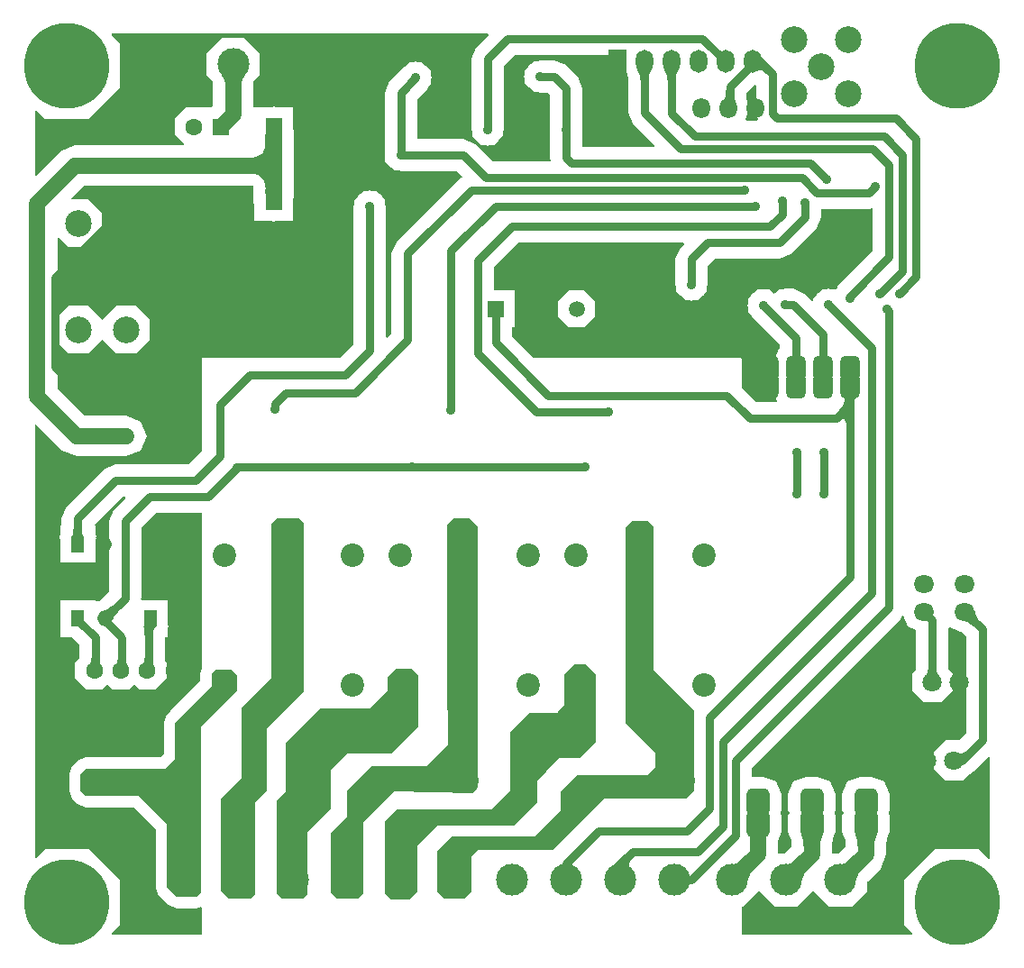
<source format=gbl>
G04*
G04 #@! TF.GenerationSoftware,Altium Limited,Altium Designer,21.2.1 (34)*
G04*
G04 Layer_Physical_Order=2*
G04 Layer_Color=16711680*
%FSTAX24Y24*%
%MOIN*%
G70*
G04*
G04 #@! TF.SameCoordinates,A1A6E38C-14B6-47A5-B441-A3D0562B644C*
G04*
G04*
G04 #@! TF.FilePolarity,Positive*
G04*
G01*
G75*
%ADD94C,0.0591*%
%ADD95C,0.0315*%
%ADD97C,0.3150*%
%ADD98C,0.0709*%
%ADD99O,0.0750X0.0650*%
%ADD100O,0.0650X0.0750*%
%ADD101C,0.0984*%
%ADD102O,0.0650X0.0850*%
%ADD103R,0.0650X0.0850*%
%ADD104C,0.1181*%
%ADD105C,0.0866*%
G04:AMPARAMS|DCode=106|XSize=102.4mil|YSize=86.6mil|CornerRadius=21.7mil|HoleSize=0mil|Usage=FLASHONLY|Rotation=270.000|XOffset=0mil|YOffset=0mil|HoleType=Round|Shape=RoundedRectangle|*
%AMROUNDEDRECTD106*
21,1,0.1024,0.0433,0,0,270.0*
21,1,0.0591,0.0866,0,0,270.0*
1,1,0.0433,-0.0217,-0.0295*
1,1,0.0433,-0.0217,0.0295*
1,1,0.0433,0.0217,0.0295*
1,1,0.0433,0.0217,-0.0295*
%
%ADD106ROUNDEDRECTD106*%
G04:AMPARAMS|DCode=107|XSize=94.5mil|YSize=70.9mil|CornerRadius=17.7mil|HoleSize=0mil|Usage=FLASHONLY|Rotation=270.000|XOffset=0mil|YOffset=0mil|HoleType=Round|Shape=RoundedRectangle|*
%AMROUNDEDRECTD107*
21,1,0.0945,0.0354,0,0,270.0*
21,1,0.0591,0.0709,0,0,270.0*
1,1,0.0354,-0.0177,-0.0295*
1,1,0.0354,-0.0177,0.0295*
1,1,0.0354,0.0177,0.0295*
1,1,0.0354,0.0177,-0.0295*
%
%ADD107ROUNDEDRECTD107*%
%ADD108R,0.0512X0.0591*%
%ADD109O,0.0512X0.0591*%
%ADD110C,0.0630*%
%ADD111C,0.0354*%
%ADD112R,0.0630X0.0630*%
%ADD113C,0.0591*%
%ADD114R,0.0591X0.0591*%
%ADD115O,0.0709X0.0866*%
%ADD116C,0.0315*%
G36*
X037507Y042812D02*
X03752Y042794D01*
X037539Y042769D01*
X037637Y042661D01*
X037859Y042433D01*
X037713Y042134D01*
X037658Y042187D01*
X037562Y042264D01*
X037522Y042289D01*
X037487Y042304D01*
X037457Y04231D01*
X037432Y042306D01*
X037412Y042292D01*
X037397Y042269D01*
X037388Y042237D01*
X037501Y042825D01*
X037507Y042812D01*
D02*
G37*
G36*
X034449Y04229D02*
X03443Y042258D01*
X034413Y042224D01*
X034398Y042186D01*
X034386Y042146D01*
X034376Y042103D01*
X034368Y042057D01*
X034362Y042008D01*
X034357Y041902D01*
X034043D01*
X034041Y041957D01*
X034032Y042057D01*
X034024Y042103D01*
X034014Y042146D01*
X034002Y042186D01*
X033987Y042224D01*
X03397Y042258D01*
X033951Y04229D01*
X033929Y042319D01*
X034471D01*
X034449Y04229D01*
D02*
G37*
G36*
X033449D02*
X03343Y042258D01*
X033413Y042224D01*
X033398Y042186D01*
X033386Y042146D01*
X033376Y042103D01*
X033368Y042057D01*
X033362Y042008D01*
X033357Y041902D01*
X033043D01*
X033041Y041957D01*
X033032Y042057D01*
X033024Y042103D01*
X033014Y042146D01*
X033002Y042186D01*
X032987Y042224D01*
X03297Y042258D01*
X032951Y04229D01*
X032929Y042319D01*
X033471D01*
X033449Y04229D01*
D02*
G37*
G36*
X018391Y042053D02*
X018371Y042023D01*
X018353Y04199D01*
X018338Y041952D01*
X018325Y041909D01*
X018314Y041863D01*
X018306Y041812D01*
X0183Y041757D01*
X018295Y041634D01*
X017705D01*
X017704Y041698D01*
X017694Y041812D01*
X017686Y041863D01*
X017675Y041909D01*
X017662Y041952D01*
X017647Y04199D01*
X017629Y042023D01*
X017609Y042053D01*
X017587Y042078D01*
X018413D01*
X018391Y042053D01*
D02*
G37*
G36*
X036523Y041467D02*
X036524Y041412D01*
X036536Y041264D01*
X036543Y04122D01*
X036562Y04114D01*
X036574Y041103D01*
X036587Y04107D01*
X036602Y041039D01*
X03605Y04112D01*
X03608Y04112D01*
X036107Y041129D01*
X036131Y041148D01*
X036151Y041176D01*
X036169Y041213D01*
X036183Y04126D01*
X036194Y041316D01*
X036202Y041381D01*
X036207Y041456D01*
X036208Y04154D01*
X036523Y041467D01*
D02*
G37*
G36*
X037333Y041719D02*
Y040667D01*
X037417Y040466D01*
X037389Y040424D01*
X036963D01*
X036935Y040466D01*
X03708Y040815D01*
Y040915D01*
X036991Y041128D01*
X036986Y041225D01*
X036977Y041243D01*
X036975Y041249D01*
X036973Y041255D01*
X036962Y041298D01*
Y041419D01*
X037283Y04174D01*
X037333Y041719D01*
D02*
G37*
G36*
X027441Y043585D02*
X026978Y043122D01*
X026803Y0427D01*
Y040089D01*
X026829Y040027D01*
Y039853D01*
X026952Y03973D01*
X026978Y039668D01*
X02704Y039642D01*
X027164Y039518D01*
X027338D01*
X0274Y039493D01*
X027462Y039518D01*
X027636D01*
X02776Y039642D01*
X027822Y039668D01*
X027848Y03973D01*
X027971Y039853D01*
Y040027D01*
X027997Y040089D01*
Y042453D01*
X028397Y042853D01*
X032441D01*
X032468Y042812D01*
X032422Y0427D01*
Y0425D01*
X032564Y042157D01*
X032587Y042065D01*
X032596Y042053D01*
X032597Y042052D01*
X032599Y042046D01*
X032603Y042034D01*
X032603Y042032D01*
Y040719D01*
X032778Y040297D01*
X033583Y039493D01*
X033564Y039447D01*
X030903D01*
Y040091D01*
Y041612D01*
X030728Y042034D01*
X030728Y042034D01*
X03029Y042472D01*
X029868Y042647D01*
X02935D01*
X029288Y042621D01*
X029114D01*
X02899Y042498D01*
X028928Y042472D01*
X028902Y04241D01*
X028779Y042286D01*
Y042112D01*
X028753Y04205D01*
X028779Y041988D01*
Y041814D01*
X028902Y04169D01*
X028928Y041628D01*
X02899Y041602D01*
X029114Y041479D01*
X029288D01*
X02935Y041453D01*
X029621D01*
X029709Y041365D01*
Y040091D01*
Y039044D01*
X029753Y038938D01*
X029726Y038897D01*
X027597D01*
X026937Y039557D01*
X026515Y039731D01*
X024791D01*
Y041197D01*
X025172Y041578D01*
X025172Y041578D01*
X025198Y04164D01*
X025321Y041764D01*
Y041938D01*
X025347Y042D01*
X025321Y042062D01*
Y042236D01*
X025198Y04236D01*
X025172Y042422D01*
X02511Y042448D01*
X024986Y042571D01*
X024812D01*
X02475Y042597D01*
X024688Y042571D01*
X024514D01*
X02439Y042448D01*
X024328Y042422D01*
X024328Y042422D01*
X023772Y041866D01*
X023598Y041444D01*
Y039135D01*
X023623Y039073D01*
Y038898D01*
X023747Y038775D01*
X023772Y038713D01*
X023835Y038687D01*
X023958Y038564D01*
X024132D01*
X024194Y038538D01*
X026268D01*
X026457Y038349D01*
X026447Y0383D01*
X026378Y038272D01*
X024028Y035922D01*
X023853Y0355D01*
Y032547D01*
X023693Y032387D01*
X023647Y032406D01*
Y03725D01*
X023621Y037312D01*
Y037486D01*
X023498Y03761D01*
X023472Y037672D01*
X02341Y037698D01*
X023286Y037821D01*
X023112D01*
X02305Y037847D01*
X022988Y037821D01*
X022814D01*
X02269Y037698D01*
X022628Y037672D01*
X022602Y03761D01*
X022479Y037486D01*
Y037312D01*
X022453Y03725D01*
Y032147D01*
X021956Y03165D01*
X01685D01*
Y028194D01*
X016353Y027697D01*
X013644D01*
X013644Y027697D01*
X013223Y027522D01*
X011828Y026127D01*
X011653Y025706D01*
Y025439D01*
X0116D01*
Y025119D01*
X011569Y025044D01*
X011584Y025009D01*
X011575Y024972D01*
X0116Y024932D01*
Y024061D01*
X0129D01*
Y024932D01*
X012925Y024972D01*
X012916Y025009D01*
X012931Y025044D01*
X0129Y025119D01*
Y025439D01*
X012898D01*
X012877Y025489D01*
X013892Y026503D01*
X013994D01*
X014014Y026457D01*
X013578Y026022D01*
X013403Y0256D01*
Y022994D01*
X013112Y022703D01*
X01311Y022701D01*
X013106Y0227D01*
X013104Y022698D01*
X013094Y022694D01*
X013091Y022691D01*
X013091Y022691D01*
X01309Y02269D01*
X013071Y022672D01*
X013065Y022667D01*
X013052Y022659D01*
X012963Y022641D01*
X01295Y02264D01*
X0129Y022684D01*
Y022685D01*
X0116D01*
Y021308D01*
X012056D01*
X012312Y021052D01*
Y020525D01*
X012154Y020367D01*
Y01978D01*
X012569Y019365D01*
X013156D01*
X013352Y019561D01*
X013548Y019365D01*
X014135D01*
X014331Y019561D01*
X014527Y019365D01*
X015114D01*
X015529Y01978D01*
Y020367D01*
X015463Y020433D01*
Y021308D01*
X015581D01*
Y021639D01*
X015607Y021702D01*
X015598Y021724D01*
X015605Y021747D01*
X015581Y021791D01*
Y022685D01*
X014616D01*
X014589Y022727D01*
X014597Y022746D01*
Y025353D01*
X015147Y025903D01*
X01685D01*
Y020134D01*
X016774Y01995D01*
Y019695D01*
X015673Y018594D01*
X015659Y018562D01*
X015549Y018451D01*
X015424Y01815D01*
Y016977D01*
X015323Y016876D01*
X012827D01*
X012797Y016888D01*
X012768Y016876D01*
X01255D01*
X01255Y016876D01*
X012249Y016751D01*
X012049Y016551D01*
X011924Y01625D01*
Y01565D01*
X011924Y01565D01*
X012049Y015349D01*
X012249Y015149D01*
X01255Y015024D01*
X014323D01*
X015124Y014223D01*
Y01205D01*
X015249Y011749D01*
X015599Y011399D01*
X0159Y011274D01*
X01665D01*
X016808Y011339D01*
X01685Y011312D01*
Y010319D01*
X013518D01*
X013499Y010365D01*
X013822Y010688D01*
Y012319D01*
X012669Y013472D01*
X011038D01*
X010715Y013149D01*
X010669Y013168D01*
Y029161D01*
X010715Y02918D01*
X011673Y028223D01*
X0122Y028004D01*
X01405D01*
X014577Y028223D01*
X014796Y02875D01*
X014577Y029277D01*
X01405Y029496D01*
X012509D01*
X011494Y03051D01*
Y032133D01*
X011541Y032152D01*
X011897Y031796D01*
X012631D01*
X01315Y032315D01*
X013669Y031796D01*
X014403D01*
X014922Y032315D01*
Y033048D01*
X014403Y033567D01*
X013669D01*
X01315Y033048D01*
X012631Y033567D01*
X011897D01*
X011541Y033211D01*
X011494Y03323D01*
Y03607D01*
X011541Y036089D01*
X011897Y035733D01*
X012631D01*
X01315Y036252D01*
Y036985D01*
X012631Y037504D01*
X012024D01*
X012005Y037551D01*
X012459Y038004D01*
X018744D01*
X018744Y038004D01*
Y03741D01*
X018781Y03732D01*
Y036701D01*
X0194D01*
X01949Y036664D01*
X01958Y036701D01*
X020199D01*
Y03732D01*
X020236Y03741D01*
Y03875D01*
Y04021D01*
X020199Y0403D01*
Y040919D01*
X01958D01*
X01949Y040956D01*
X0194Y040919D01*
X018781D01*
X018746Y040953D01*
Y041821D01*
X018748Y041826D01*
X01875Y041846D01*
X018751Y04185D01*
X018756Y041864D01*
X018984Y042092D01*
Y042908D01*
X018408Y043484D01*
X017592D01*
X017016Y042908D01*
Y042092D01*
X017244Y041864D01*
X017249Y04185D01*
X01725Y041846D01*
X017252Y041826D01*
X017254Y041821D01*
Y040961D01*
X017192Y040898D01*
X016244D01*
X015829Y040483D01*
Y039896D01*
X016183Y039542D01*
X016164Y039496D01*
X01215D01*
X011623Y039277D01*
X010715Y03837D01*
X010669Y038389D01*
Y040778D01*
X010715Y040798D01*
X011035Y040478D01*
X012665D01*
X013819Y041631D01*
Y043262D01*
X013495Y043585D01*
X013514Y043631D01*
X027422D01*
X027441Y043585D01*
D02*
G37*
G36*
X0198Y03989D02*
X019797Y039873D01*
X019794Y039843D01*
X019788Y039684D01*
X019785Y039306D01*
X019415D01*
X019785Y03875D01*
X019495Y038314D01*
X019785D01*
X019804Y037724D01*
X019176D01*
X01918Y03773D01*
X019183Y037747D01*
X019186Y037777D01*
X019191Y037927D01*
X019189Y037976D01*
X019171Y038077D01*
X019142Y038165D01*
X0191Y038242D01*
X019047Y038307D01*
X018982Y03836D01*
X018905Y038402D01*
X018817Y038431D01*
X018716Y038449D01*
X018604Y038455D01*
Y039045D01*
X018716Y039051D01*
X018817Y039069D01*
X018905Y039098D01*
X018982Y03914D01*
X019047Y039193D01*
X0191Y039258D01*
X019142Y039335D01*
X019171Y039423D01*
X019188Y039519D01*
X019176Y039896D01*
X019804D01*
X0198Y03989D01*
D02*
G37*
G36*
X041643Y037162D02*
Y035613D01*
X040368Y034338D01*
X040303Y03418D01*
X040244Y034169D01*
X040069D01*
X040007Y034194D01*
X039945Y034169D01*
X039771D01*
X039648Y034045D01*
X039585Y03402D01*
X03956Y033958D01*
X039436Y033834D01*
Y033773D01*
X03939Y033753D01*
X039122Y034022D01*
X0387Y034197D01*
X0384D01*
X038338Y034171D01*
X038164D01*
X03804Y034048D01*
X037989Y034026D01*
X037961Y034038D01*
X037837Y034161D01*
X037663D01*
X037601Y034187D01*
X037539Y034161D01*
X037364D01*
X037241Y034038D01*
X037179Y034012D01*
X037153Y03395D01*
X03703Y033827D01*
Y033652D01*
X037004Y03359D01*
X03703Y033528D01*
Y033354D01*
X037153Y033231D01*
X037179Y033168D01*
X038203Y032144D01*
Y031989D01*
X038186Y031982D01*
X038005Y031545D01*
Y030955D01*
X038017Y030925D01*
X038005Y030895D01*
Y030305D01*
X038115Y030038D01*
X038088Y029997D01*
X037347D01*
X0368Y030544D01*
Y0316D01*
X03675Y03165D01*
X029094D01*
X028301Y032443D01*
Y032761D01*
X028393D01*
Y034139D01*
X027647D01*
Y035003D01*
X028547Y035903D01*
X034644D01*
X034664Y035857D01*
X034528Y035722D01*
X034353Y0353D01*
Y03435D01*
X034379Y034288D01*
Y034114D01*
X034502Y03399D01*
X034528Y033928D01*
X03459Y033902D01*
X034714Y033779D01*
X034888D01*
X03495Y033753D01*
X035012Y033779D01*
X035186D01*
X03531Y033902D01*
X035372Y033928D01*
X035398Y03399D01*
X035521Y034114D01*
Y034288D01*
X035547Y03435D01*
Y035053D01*
X035797Y035303D01*
X0382D01*
X038622Y035478D01*
X039578Y036434D01*
X039578Y036434D01*
X039753Y036856D01*
Y037153D01*
X041513D01*
X041601Y03719D01*
X041643Y037162D01*
D02*
G37*
G36*
X040958Y031216D02*
X040965Y0311D01*
X040967Y031088D01*
X04097Y031079D01*
X040973Y031073D01*
X040977Y031072D01*
X040623Y031072D01*
X040627Y031073D01*
X04063Y031079D01*
X040633Y031088D01*
X040635Y0311D01*
X040638Y031116D01*
X040641Y031159D01*
X040643Y03125D01*
X040957D01*
X040958Y031216D01*
D02*
G37*
G36*
X040977Y030778D02*
X040973Y030777D01*
X04097Y030771D01*
X040967Y030762D01*
X040965Y03075D01*
X040962Y030734D01*
X040959Y030691D01*
X040957Y0306D01*
X040643D01*
X040642Y030634D01*
X040635Y03075D01*
X040633Y030762D01*
X04063Y030771D01*
X040627Y030777D01*
X040623Y030778D01*
X040977Y030778D01*
D02*
G37*
G36*
X040762Y030136D02*
X041027D01*
X041014Y030134D01*
X041002Y030127D01*
X040991Y030115D01*
X040982Y030098D01*
X040975Y030077D01*
X040969Y030051D01*
X040964Y03002D01*
X04096Y029985D01*
X040957Y0299D01*
X040643Y029205D01*
X04064Y029262D01*
X040634Y029309D01*
X040622Y029345D01*
X040607Y029371D01*
X040587Y029385D01*
X040562Y029389D01*
X040533Y029382D01*
X0405Y029365D01*
X040462Y029336D01*
X04042Y029297D01*
Y029743D01*
X040462Y029788D01*
X0405Y029835D01*
X040533Y029884D01*
X040562Y029935D01*
X040587Y029988D01*
X040607Y030043D01*
X04062Y030091D01*
X040618Y030098D01*
X040609Y030115D01*
X040598Y030127D01*
X040586Y030134D01*
X040573Y030136D01*
X040629D01*
X040634Y030158D01*
X04064Y030218D01*
X040643Y03028D01*
X040762Y030136D01*
D02*
G37*
G36*
X012408Y025299D02*
X012416Y025198D01*
X012423Y025157D01*
X012432Y025123D01*
X012442Y025094D01*
X012455Y025072D01*
X01247Y025057D01*
X012486Y025047D01*
X012505Y025044D01*
X011995D01*
X012014Y025047D01*
X01203Y025057D01*
X012045Y025072D01*
X012058Y025094D01*
X012068Y025123D01*
X012077Y025157D01*
X012084Y025198D01*
X012089Y025246D01*
X012093Y025359D01*
X012407D01*
X012408Y025299D01*
D02*
G37*
G36*
X013729Y022252D02*
X013694Y022217D01*
X013633Y022143D01*
X013605Y022105D01*
X013557Y022026D01*
X013536Y021986D01*
X013501Y021902D01*
X013486Y021859D01*
X0132Y022287D01*
X013227Y022291D01*
X013255Y0223D01*
X013285Y022312D01*
X013316Y022328D01*
X013349Y022348D01*
X013384Y022372D01*
X013457Y022431D01*
X013496Y022466D01*
X013536Y022505D01*
X013729Y022252D01*
D02*
G37*
G36*
X045425Y022267D02*
X045435Y022222D01*
X045447Y022179D01*
X045463Y022136D01*
X045481Y022094D01*
X045503Y022053D01*
X045528Y022013D01*
X045556Y021975D01*
X045588Y021937D01*
X045622Y021901D01*
X045371Y021707D01*
X04533Y021745D01*
X045289Y02178D01*
X045247Y021811D01*
X045205Y021839D01*
X045161Y021863D01*
X045118Y021884D01*
X045073Y021901D01*
X045028Y021915D01*
X044983Y021925D01*
X044937Y021931D01*
X045419Y022313D01*
X045425Y022267D01*
D02*
G37*
G36*
X015151Y021699D02*
X015125Y02169D01*
X015101Y021674D01*
X01508Y021652D01*
X015063Y021624D01*
X015049Y021589D01*
X015038Y021548D01*
X01503Y021501D01*
X015025Y021447D01*
X015024Y021387D01*
X014709D01*
X014708Y021447D01*
X014693Y021674D01*
X014688Y02169D01*
X014683Y021699D01*
X014677Y021702D01*
X015181D01*
X015151Y021699D01*
D02*
G37*
G36*
X015024Y020503D02*
X015024Y020469D01*
X015031Y02038D01*
X015036Y020355D01*
X015041Y020332D01*
X015047Y020312D01*
X015054Y020294D01*
X015062Y020278D01*
X015071Y020264D01*
X014635Y020328D01*
X014649Y02034D01*
X014662Y020355D01*
X014673Y020372D01*
X014682Y020391D01*
X01469Y020412D01*
X014697Y020437D01*
X014702Y020463D01*
X014706Y020492D01*
X014708Y020523D01*
X014709Y020557D01*
X015024Y020503D01*
D02*
G37*
G36*
X014045D02*
X014045Y020469D01*
X014052Y02038D01*
X014057Y020355D01*
X014062Y020332D01*
X014068Y020312D01*
X014075Y020294D01*
X014083Y020278D01*
X014092Y020264D01*
X013656Y020328D01*
X01367Y02034D01*
X013683Y020355D01*
X013694Y020372D01*
X013703Y020391D01*
X013711Y020412D01*
X013718Y020437D01*
X013723Y020463D01*
X013727Y020492D01*
X013729Y020523D01*
X01373Y020557D01*
X014045Y020503D01*
D02*
G37*
G36*
X013066D02*
X013066Y020469D01*
X013073Y02038D01*
X013078Y020355D01*
X013083Y020332D01*
X013089Y020312D01*
X013096Y020294D01*
X013104Y020278D01*
X013113Y020264D01*
X012677Y020328D01*
X012691Y02034D01*
X012704Y020355D01*
X012715Y020372D01*
X012724Y020391D01*
X012732Y020412D01*
X012739Y020437D01*
X012744Y020463D01*
X012748Y020492D01*
X01275Y020523D01*
X012751Y020557D01*
X013066Y020503D01*
D02*
G37*
G36*
X044008Y020143D02*
X044011Y020109D01*
X044016Y020076D01*
X044022Y020045D01*
X04403Y020017D01*
X04404Y01999D01*
X044052Y019965D01*
X044065Y019943D01*
X044081Y019922D01*
X044098Y019903D01*
X043602D01*
X043619Y019922D01*
X043635Y019943D01*
X043648Y019965D01*
X04366Y01999D01*
X04367Y020017D01*
X043678Y020045D01*
X043684Y020076D01*
X043689Y020109D01*
X043692Y020143D01*
X043693Y02018D01*
X044007D01*
X044008Y020143D01*
D02*
G37*
G36*
X045262Y01684D02*
X044953Y016567D01*
X044865Y017032D01*
X044882Y017021D01*
X0449Y017015D01*
X044919Y017012D01*
X04494Y017014D01*
X044961Y01702D01*
X044984Y01703D01*
X045008Y017043D01*
X045033Y017061D01*
X045059Y017083D01*
X045087Y017109D01*
X045262Y01684D01*
D02*
G37*
G36*
X02705Y0254D02*
Y0159D01*
X027038Y015781D01*
X027Y0157D01*
X02685Y01555D01*
X02395Y0156D01*
X0228Y01445D01*
Y01185D01*
X0226Y01165D01*
X02185D01*
X021619Y011881D01*
X021619Y014069D01*
X0222Y01465D01*
X0222Y01565D01*
X0231Y01655D01*
X02515D01*
X02595Y01735D01*
Y0186D01*
X0259Y01865D01*
Y02545D01*
X02615Y0257D01*
X02675D01*
X02705Y0254D01*
D02*
G37*
G36*
X041784Y013964D02*
X041765Y013923D01*
X041749Y013875D01*
X041735Y013819D01*
X041723Y013754D01*
X041705Y013602D01*
X041696Y013418D01*
X041695Y013314D01*
X041105D01*
X041104Y013418D01*
X041077Y013754D01*
X041065Y013819D01*
X041051Y013875D01*
X041035Y013923D01*
X041016Y013964D01*
X040995Y013996D01*
X041805D01*
X041784Y013964D01*
D02*
G37*
G36*
X039784D02*
X039765Y013923D01*
X039749Y013875D01*
X039735Y013819D01*
X039723Y013754D01*
X039705Y013602D01*
X039696Y013418D01*
X039695Y013314D01*
X039105D01*
X039104Y013418D01*
X039077Y013754D01*
X039065Y013819D01*
X039051Y013875D01*
X039035Y013923D01*
X039016Y013964D01*
X038995Y013996D01*
X039805D01*
X039784Y013964D01*
D02*
G37*
G36*
X042778Y022114D02*
X04295Y0217D01*
X043253Y021574D01*
Y020111D01*
X043102Y01996D01*
Y01934D01*
X04354Y018902D01*
X04416D01*
X044598Y01934D01*
Y01996D01*
X044447Y020111D01*
Y021647D01*
X044497Y021681D01*
X044798Y021556D01*
X044878Y021509D01*
X044908Y021505D01*
X044922Y021502D01*
X044935Y021498D01*
X04495Y021492D01*
X044966Y021484D01*
X044979Y021477D01*
X045103Y021353D01*
Y017747D01*
X044854Y017498D01*
X04434D01*
X043902Y01706D01*
Y01644D01*
X04434Y016002D01*
X04496D01*
X04519Y016232D01*
X045235Y016247D01*
X045287Y016293D01*
X045372Y016328D01*
X045935Y016891D01*
X045981Y016872D01*
Y013138D01*
X045935Y013119D01*
X045582Y013472D01*
X043952D01*
X042798Y012319D01*
Y010688D01*
X043122Y010365D01*
X043103Y010319D01*
X0368D01*
Y011344D01*
X036858D01*
X037421Y011908D01*
X03745Y011916D01*
X037479Y011908D01*
X038042Y011344D01*
X038858D01*
X039421Y011908D01*
X03945Y011916D01*
X039479Y011908D01*
X040042Y011344D01*
X040858D01*
X041434Y011921D01*
Y012244D01*
X041441Y012258D01*
X041443Y012261D01*
X041456Y012277D01*
X041458Y012282D01*
X041927Y012751D01*
X042146Y013279D01*
Y013699D01*
X042151Y013727D01*
X042158Y013754D01*
X04216Y013761D01*
X042164Y013766D01*
X042164Y013771D01*
X042171Y013786D01*
X042172Y013814D01*
X042184Y013879D01*
X042277Y014105D01*
Y014695D01*
X042234Y0148D01*
X042277Y014905D01*
Y015495D01*
X042084Y015962D01*
X041617Y016156D01*
X041183D01*
X040716Y015962D01*
X040523Y015495D01*
Y014905D01*
X040566Y0148D01*
X040523Y014695D01*
Y014105D01*
X040616Y013879D01*
X040628Y013814D01*
X040629Y013786D01*
X040636Y013771D01*
X040636Y013766D01*
X04064Y013761D01*
X040642Y013754D01*
X040649Y013727D01*
X040654Y013699D01*
Y013588D01*
X040403Y013336D01*
X040398Y013335D01*
X040382Y013322D01*
X040379Y01332D01*
X040365Y013313D01*
X040146D01*
Y013699D01*
X040151Y013727D01*
X040158Y013754D01*
X04016Y013761D01*
X040164Y013766D01*
X040164Y013771D01*
X040171Y013786D01*
X040172Y013814D01*
X040184Y013879D01*
X040277Y014105D01*
Y014695D01*
X040234Y0148D01*
X040277Y014905D01*
Y015495D01*
X040084Y015962D01*
X039617Y016156D01*
X039183D01*
X038716Y015962D01*
X038523Y015495D01*
Y014905D01*
X038566Y0148D01*
X038523Y014695D01*
Y014105D01*
X038616Y013879D01*
X038628Y013814D01*
X038629Y013786D01*
X038636Y013771D01*
X038636Y013766D01*
X03864Y013761D01*
X038642Y013754D01*
X038649Y013727D01*
X038654Y013699D01*
Y013588D01*
X038403Y013336D01*
X038398Y013335D01*
X038382Y013322D01*
X038379Y01332D01*
X038365Y013313D01*
X038146D01*
Y013788D01*
X038277Y014105D01*
Y014695D01*
X038234Y0148D01*
X038277Y014905D01*
Y015495D01*
X038084Y015962D01*
X037617Y016156D01*
X037185D01*
Y016491D01*
X042672Y021978D01*
X042672Y021978D01*
X042728Y022114D01*
X042778D01*
D02*
G37*
G36*
X032756Y013133D02*
X032718Y013092D01*
X032688Y01305D01*
X032666Y01301D01*
X032651Y01297D01*
X032644Y01293D01*
X032645Y01289D01*
X032654Y012851D01*
X03267Y012813D01*
X032695Y012775D01*
X032727Y012737D01*
X03196Y012812D01*
X031983Y012829D01*
X032046Y012883D01*
X03231Y013134D01*
X032458Y013281D01*
X032756Y013133D01*
D02*
G37*
G36*
X041271Y012732D02*
X041227Y012686D01*
X041153Y012599D01*
X041123Y012557D01*
X041097Y012517D01*
X041077Y012478D01*
X041061Y01244D01*
X041049Y012403D01*
X041043Y012368D01*
X041041Y012335D01*
X040456Y012919D01*
X04049Y012921D01*
X040525Y012928D01*
X040561Y012939D01*
X040599Y012955D01*
X040638Y012976D01*
X040678Y013001D01*
X04072Y013031D01*
X040763Y013066D01*
X040853Y01315D01*
X041271Y012732D01*
D02*
G37*
G36*
X039271D02*
X039227Y012686D01*
X039153Y012599D01*
X039123Y012557D01*
X039097Y012517D01*
X039077Y012478D01*
X039061Y01244D01*
X039049Y012403D01*
X039043Y012368D01*
X039041Y012335D01*
X038456Y012919D01*
X03849Y012921D01*
X038525Y012928D01*
X038561Y012939D01*
X038599Y012955D01*
X038638Y012976D01*
X038678Y013001D01*
X03872Y013031D01*
X038763Y013066D01*
X038853Y01315D01*
X039271Y012732D01*
D02*
G37*
G36*
X037271D02*
X037227Y012686D01*
X037153Y012599D01*
X037123Y012557D01*
X037097Y012517D01*
X037077Y012478D01*
X037061Y01244D01*
X037049Y012403D01*
X037043Y012368D01*
X037041Y012335D01*
X036456Y012919D01*
X03649Y012921D01*
X036525Y012928D01*
X036561Y012939D01*
X036599Y012955D01*
X036638Y012976D01*
X036678Y013001D01*
X03672Y013031D01*
X036763Y013066D01*
X036853Y01315D01*
X037271Y012732D01*
D02*
G37*
G36*
X01815Y0199D02*
Y01935D01*
X0168Y018D01*
Y01185D01*
X01665Y0117D01*
X0159D01*
X01555Y01205D01*
Y0144D01*
X0145Y01545D01*
X01255D01*
X01235Y01565D01*
Y01625D01*
X01255Y01645D01*
X0155D01*
X01585Y0168D01*
Y01815D01*
X0172Y0195D01*
Y01995D01*
X01735Y0201D01*
X01795D01*
X01815Y0199D01*
D02*
G37*
G36*
X03355Y0254D02*
Y0201D01*
X03505Y0186D01*
Y01565D01*
X03475Y01535D01*
X0317D01*
X0298Y01345D01*
X02705D01*
X0268Y0132D01*
Y0119D01*
X02655Y01165D01*
X0258D01*
X02555Y0119D01*
Y0134D01*
X0261Y01395D01*
X02915D01*
X0301Y0149D01*
Y0156D01*
X0307Y0162D01*
X0333D01*
X0336Y0165D01*
Y017057D01*
X0325Y018157D01*
Y02535D01*
X03275Y0256D01*
X03335D01*
X03355Y0254D01*
D02*
G37*
G36*
X02485Y0199D02*
Y017998D01*
X023852Y017D01*
X02205D01*
X0216Y01655D01*
Y01495D01*
X02075Y0141D01*
Y0118D01*
X0206Y01165D01*
X0198D01*
X0196Y01185D01*
Y01525D01*
X01995Y0156D01*
Y0174D01*
X02125Y018667D01*
X023109D01*
X02328Y01868D01*
X0237Y0191D01*
Y019179D01*
X023599Y019219D01*
X023633Y019254D01*
X0237Y019329D01*
Y01985D01*
X024Y02015D01*
X0246D01*
X02485Y0199D01*
D02*
G37*
G36*
X020603Y025547D02*
Y019303D01*
X01925Y01795D01*
Y01565D01*
X0188Y0152D01*
Y0118D01*
X01865Y01165D01*
X01785D01*
X01755Y01195D01*
Y01535D01*
X0183Y0161D01*
Y0187D01*
X019415Y019816D01*
X0194Y019831D01*
Y0255D01*
X0196Y0257D01*
X02045D01*
X020603Y025547D01*
D02*
G37*
G36*
X0314Y01995D02*
Y01745D01*
X0308Y01685D01*
X02955D01*
X02936Y01666D01*
X02957Y016355D01*
X029495Y016279D01*
X029263Y016017D01*
X02925Y016D01*
Y0152D01*
X0284Y01435D01*
X02525D01*
X0248Y0139D01*
Y0119D01*
X0245Y0116D01*
X02385D01*
X0236Y01185D01*
Y0145D01*
X02405Y01495D01*
X02755D01*
X02825Y01565D01*
Y0178D01*
X02895Y0185D01*
X03D01*
Y01855D01*
X03025Y0188D01*
Y01995D01*
X0306Y0203D01*
X03105D01*
X0314Y01995D01*
D02*
G37*
%LPC*%
G36*
X030981Y034139D02*
X030411D01*
X030007Y033735D01*
Y033165D01*
X030411Y032761D01*
X030981D01*
X031385Y033165D01*
Y033735D01*
X030981Y034139D01*
D02*
G37*
%LPD*%
D94*
X010749Y030201D02*
X0122Y02875D01*
X010749Y037349D02*
X01215Y03875D01*
X010749Y030201D02*
Y037349D01*
X0122Y02875D02*
X01405D01*
X018292Y015589D02*
X018703Y016D01*
X018292Y012421D02*
Y015589D01*
X0182Y012329D02*
X018292Y012421D01*
X0374Y0144D02*
Y0152D01*
Y013279D02*
Y0144D01*
X03645Y012329D02*
X0374Y013279D01*
X0394Y0144D02*
Y0152D01*
Y013279D02*
Y0144D01*
X03845Y012329D02*
X0394Y013279D01*
X0414D02*
Y0144D01*
X04045Y012329D02*
X0414Y013279D01*
X028797Y016D02*
X030688Y017891D01*
Y019555D01*
X0242Y0134D02*
X0254Y0146D01*
X0242Y012329D02*
Y0134D01*
X02655Y025145D02*
X026703Y024993D01*
Y016D02*
Y024993D01*
X0237Y016D02*
X026703D01*
X024188Y019391D02*
Y019555D01*
X020797Y016D02*
X024188Y019391D01*
X0202Y015403D02*
X020797Y016D01*
X0202Y012329D02*
Y015403D01*
X0162Y01605D02*
Y018067D01*
Y012329D02*
Y01605D01*
X012847D02*
X0162D01*
X012797Y016D02*
X012847Y01605D01*
X0162Y018067D02*
X017688Y019555D01*
X018703Y016D02*
Y018303D01*
X02005Y01965D02*
Y025145D01*
X018703Y018303D02*
X02005Y01965D01*
X01949Y03875D02*
Y04021D01*
Y03741D02*
Y03875D01*
X01215D02*
X01949D01*
X018Y040652D02*
Y0425D01*
X017538Y04019D02*
X018Y040652D01*
D95*
X04485Y01855D02*
Y01965D01*
X04365Y01735D02*
X04485Y01855D01*
X04365Y01675D02*
Y01735D01*
X04505Y02225D02*
X0457Y0216D01*
Y0175D02*
Y0216D01*
X04495Y01675D02*
X0457Y0175D01*
X04465Y01675D02*
X04495D01*
X04355Y02225D02*
X04385Y02195D01*
Y01965D02*
Y02195D01*
X03985Y0266D02*
Y02815D01*
X03885Y0266D02*
Y02815D01*
X0425Y0405D02*
X043248Y039752D01*
X042628Y034022D02*
X043248Y034641D01*
Y039752D01*
X042058Y039828D02*
X042727Y039159D01*
X04189Y034007D02*
X042727Y034843D01*
Y039159D01*
X042239Y035366D02*
Y038776D01*
X041624Y039392D02*
X042239Y038776D01*
X04079Y033916D02*
X042239Y035366D01*
X039576Y03775D02*
X041513D01*
X041741Y037978D01*
X031498Y01415D02*
X034758D01*
X0303Y012952D02*
X031498Y01415D01*
X0303Y012329D02*
Y012952D01*
X035601Y014993D02*
Y018351D01*
X034758Y01415D02*
X035601Y014993D01*
Y018351D02*
X0408Y02355D01*
X0372Y0426D02*
X037469D01*
X03793Y040667D02*
Y042139D01*
X037469Y0426D02*
X03793Y042139D01*
Y040667D02*
X038097Y0405D01*
X036302Y040865D02*
X036366Y040929D01*
Y041666D01*
X0372Y0425D01*
Y0426D01*
X036302Y040865D02*
Y040915D01*
X038097Y0405D02*
X0425D01*
X034528Y039392D02*
X041624D01*
X0332Y040719D02*
X034528Y039392D01*
X0332Y040719D02*
Y0426D01*
X0268Y03785D02*
X0369D01*
X02935Y04205D02*
X029868D01*
X030306Y040091D02*
Y041612D01*
X029868Y04205D02*
X030306Y041612D01*
Y039044D02*
Y040091D01*
Y039044D02*
X0305Y03885D01*
X03935D01*
X024194Y039135D02*
Y041444D01*
X02475Y042D02*
Y042D01*
X024194Y041444D02*
X02475Y042D01*
X024194Y039135D02*
X026515D01*
X02735Y0383D01*
X03671D01*
X036712Y038303D01*
X037088D01*
X03709Y0383D01*
X039026D01*
X039576Y03775D01*
X031866Y02965D02*
X031866Y02965D01*
X0292Y02965D02*
X031854D01*
X02705Y0318D02*
X0292Y02965D01*
X031854D02*
X031866D01*
X02965Y03025D02*
X03625D01*
X0371Y0294D01*
X027704Y032196D02*
X02965Y03025D01*
X0408Y0306D02*
Y03125D01*
Y0299D02*
Y0306D01*
Y02355D02*
Y0299D01*
X0361Y01745D02*
X0416Y02295D01*
X032764Y013364D02*
X035164D01*
X0361Y0143D02*
Y01745D01*
X035164Y013364D02*
X0361Y0143D01*
X0323Y0129D02*
X032764Y013364D01*
X0323Y012329D02*
Y0129D01*
X036588Y013988D02*
Y016738D01*
X034929Y012329D02*
X036588Y013988D01*
X0343Y012329D02*
X034929D01*
X03535Y04345D02*
X0362Y0426D01*
X02815Y04345D02*
X03535D01*
X0274Y0427D02*
X02815Y04345D01*
X0274Y040089D02*
Y0427D01*
X013644Y0271D02*
X0166D01*
X01225Y025706D02*
X013644Y0271D01*
X01225Y02475D02*
Y025706D01*
X02049Y035759D02*
Y03741D01*
X019975Y035245D02*
X02049Y035759D01*
X035064Y039828D02*
X042058D01*
X04225Y0224D02*
Y033386D01*
X042179Y033457D02*
X04225Y033386D01*
X04079Y033838D02*
Y033916D01*
X0416Y02295D02*
Y032005D01*
X040007Y033598D02*
X0416Y032005D01*
X037601Y03359D02*
X0388Y032391D01*
Y03125D02*
Y032391D01*
X0342Y040691D02*
Y0426D01*
Y040691D02*
X035064Y039828D01*
X0114Y0346D02*
X013419Y036618D01*
X0114Y0313D02*
Y0346D01*
X013419Y036618D02*
X014036D01*
X0114Y0313D02*
X01245Y03025D01*
X01325D01*
X018152Y027585D02*
X018167Y0276D01*
X017067Y0265D02*
X018152Y027585D01*
X0246Y0276D02*
X031D01*
X018167D02*
X0246D01*
X0149Y0265D02*
X017067D01*
X014Y0256D02*
X0149Y0265D01*
X014Y022746D02*
Y0256D01*
X01325Y021996D02*
X014Y022746D01*
X0403Y0294D02*
X0408Y0299D01*
X0371Y0294D02*
X0403D01*
X027704Y032196D02*
Y03345D01*
X036588Y016738D02*
X04225Y0224D01*
X0398Y03125D02*
Y0325D01*
X0387Y0336D02*
X0398Y0325D01*
X0384Y0336D02*
X0387D01*
X03935Y03885D02*
X03995Y03825D01*
X039156Y037363D02*
Y037392D01*
X0382Y0359D02*
X039156Y036856D01*
Y037363D01*
X03555Y0359D02*
X0382D01*
X03495Y0353D02*
X03555Y0359D01*
X03495Y03435D02*
Y0353D01*
X03785Y0365D02*
X0383Y03695D01*
X0283Y0365D02*
X03785D01*
X0277Y03725D02*
X0373D01*
X0383Y03695D02*
Y037441D01*
X02445Y0355D02*
X0268Y03785D01*
X02445Y0323D02*
Y0355D01*
X0225Y03035D02*
X02445Y0323D01*
X01995Y03035D02*
X0225D01*
X01955Y02995D02*
X01995Y03035D01*
X01955Y02975D02*
Y02995D01*
X02705Y03525D02*
X0283Y0365D01*
X02705Y0318D02*
Y03525D01*
X02605Y0356D02*
X0277Y03725D01*
X02605Y0297D02*
Y0356D01*
X02305Y0319D02*
Y03725D01*
X02215Y031D02*
X02305Y0319D01*
X0186Y031D02*
X02215D01*
X0175Y0299D02*
X0186Y031D01*
X0175Y028D02*
Y0299D01*
X0166Y0271D02*
X0175Y028D01*
X015799Y020074D02*
X015932Y020206D01*
Y021996D01*
X013887Y02012D02*
Y021263D01*
X013841Y020074D02*
X013887Y02012D01*
X01325Y021957D02*
Y021996D01*
Y021957D02*
X013848Y021359D01*
Y021302D02*
Y021359D01*
Y021302D02*
X013887Y021263D01*
X012908Y02012D02*
Y021299D01*
X012862Y020074D02*
X012908Y02012D01*
X01225Y021957D02*
Y021996D01*
Y021957D02*
X012908Y021299D01*
X014866Y02012D02*
Y021931D01*
X01482Y020074D02*
X014866Y02012D01*
Y021931D02*
X014932Y021996D01*
X0159Y022028D02*
X015932Y021996D01*
D97*
X044767Y011504D02*
D03*
Y042448D02*
D03*
X01185Y042446D02*
D03*
X011854Y011504D02*
D03*
D98*
X04385Y01965D02*
D03*
X04485D02*
D03*
X04465Y01675D02*
D03*
X04365D02*
D03*
D99*
X04355Y02225D02*
D03*
Y02326D02*
D03*
X04505Y02225D02*
D03*
Y02326D02*
D03*
D100*
X037312Y040865D02*
D03*
X036302D02*
D03*
X035322D02*
D03*
D101*
X03975Y0424D02*
D03*
X03875Y0414D02*
D03*
X04075D02*
D03*
Y0434D02*
D03*
X03875D02*
D03*
X012264Y036618D02*
D03*
Y032682D02*
D03*
X014036D02*
D03*
Y036618D02*
D03*
D102*
X0362Y0426D02*
D03*
X0332D02*
D03*
X0342D02*
D03*
X0352D02*
D03*
X0372D02*
D03*
D103*
X0322D02*
D03*
D104*
X02Y0425D02*
D03*
X018D02*
D03*
X0343Y012329D02*
D03*
X0323D02*
D03*
X0303D02*
D03*
X0283D02*
D03*
X03645D02*
D03*
X03845D02*
D03*
X04045D02*
D03*
X0162D02*
D03*
X0182D02*
D03*
X0202D02*
D03*
X0222D02*
D03*
X0242D02*
D03*
X0262D02*
D03*
D105*
X035412Y024358D02*
D03*
X03305Y025145D02*
D03*
X030688Y024358D02*
D03*
X035412Y019555D02*
D03*
X030688D02*
D03*
X028912Y024358D02*
D03*
X02655Y025145D02*
D03*
X024188Y024358D02*
D03*
X028912Y019555D02*
D03*
X024188D02*
D03*
X017688D02*
D03*
X022412D02*
D03*
X017688Y024358D02*
D03*
X02005Y025145D02*
D03*
X022412Y024358D02*
D03*
D106*
X0414Y0152D02*
D03*
X0394D02*
D03*
X0374D02*
D03*
X0414Y0144D02*
D03*
X0394D02*
D03*
X0374D02*
D03*
D107*
X0378Y0306D02*
D03*
X0408D02*
D03*
X0398D02*
D03*
X0388D02*
D03*
X0408Y03125D02*
D03*
X0398D02*
D03*
X0388D02*
D03*
X0378D02*
D03*
D108*
X01225Y021996D02*
D03*
X014932D02*
D03*
X01225Y02475D02*
D03*
D109*
X01325Y021996D02*
D03*
X015932D02*
D03*
X01325Y02475D02*
D03*
D110*
X015799Y020074D02*
D03*
X01482D02*
D03*
X013841D02*
D03*
X012862D02*
D03*
X016538Y04019D02*
D03*
X02049Y03741D02*
D03*
Y04021D02*
D03*
D111*
X019975Y032345D02*
D03*
X021025Y032295D02*
D03*
Y035245D02*
D03*
X019975D02*
D03*
X022175Y032711D02*
D03*
Y034978D02*
D03*
Y033278D02*
D03*
X021625Y034065D02*
D03*
Y033525D02*
D03*
X022175Y033845D02*
D03*
Y032145D02*
D03*
X020525Y032945D02*
D03*
X022175Y034411D02*
D03*
Y035545D02*
D03*
X019975Y032925D02*
D03*
X021625Y032985D02*
D03*
Y034605D02*
D03*
X019975Y034085D02*
D03*
X021625Y035145D02*
D03*
X020525Y034045D02*
D03*
X021025Y034745D02*
D03*
X021625Y032445D02*
D03*
X021025Y032745D02*
D03*
Y033245D02*
D03*
Y033845D02*
D03*
X019975Y033505D02*
D03*
X021025Y034295D02*
D03*
X019975Y034665D02*
D03*
X020525Y034995D02*
D03*
Y034495D02*
D03*
Y033445D02*
D03*
Y032395D02*
D03*
X03985Y02815D02*
D03*
X03885D02*
D03*
X03985Y0266D02*
D03*
X03885D02*
D03*
X041741Y037978D02*
D03*
X0369Y03785D02*
D03*
X030306Y040091D02*
D03*
X024194Y039135D02*
D03*
X031866Y02965D02*
D03*
X0274Y040089D02*
D03*
X042628Y034022D02*
D03*
X04189Y034007D02*
D03*
X042179Y033457D02*
D03*
X04079Y033838D02*
D03*
X040007Y033598D02*
D03*
X037601Y03359D02*
D03*
X01325Y03025D02*
D03*
X018152Y027585D02*
D03*
X031Y0276D02*
D03*
X0246D02*
D03*
X02935Y04205D02*
D03*
X02475Y042D02*
D03*
X0384Y0336D02*
D03*
X039156Y037392D02*
D03*
X03995Y03825D02*
D03*
X03495Y03435D02*
D03*
X0373Y03725D02*
D03*
X0383Y037441D02*
D03*
X02605Y0297D02*
D03*
X01955Y02975D02*
D03*
X02305Y03725D02*
D03*
X01405Y02875D02*
D03*
D112*
X017538Y04019D02*
D03*
X01949Y03741D02*
D03*
Y04021D02*
D03*
D113*
X030696Y03345D02*
D03*
D114*
X027704D02*
D03*
D115*
X026703Y016D02*
D03*
X020797D02*
D03*
X028797D02*
D03*
X034703D02*
D03*
X012797D02*
D03*
X018703D02*
D03*
D116*
X044767Y012645D02*
D03*
Y010362D02*
D03*
X045574Y010696D02*
D03*
X04396Y012311D02*
D03*
X045909Y011504D02*
D03*
X043625D02*
D03*
X045574Y012311D02*
D03*
X04396Y010696D02*
D03*
Y041641D02*
D03*
X045574Y043256D02*
D03*
X043625Y042448D02*
D03*
X045909D02*
D03*
X04396Y043256D02*
D03*
X045574Y041641D02*
D03*
X044767Y041307D02*
D03*
Y04359D02*
D03*
X011043Y041639D02*
D03*
X012657Y043254D02*
D03*
X010708Y042446D02*
D03*
X012992D02*
D03*
X011043Y043254D02*
D03*
X012657Y041639D02*
D03*
X01185Y041305D02*
D03*
Y043588D02*
D03*
X011854Y012645D02*
D03*
Y010362D02*
D03*
X012661Y010696D02*
D03*
X011046Y012311D02*
D03*
X012995Y011504D02*
D03*
X010712D02*
D03*
X012661Y012311D02*
D03*
X011046Y010696D02*
D03*
M02*

</source>
